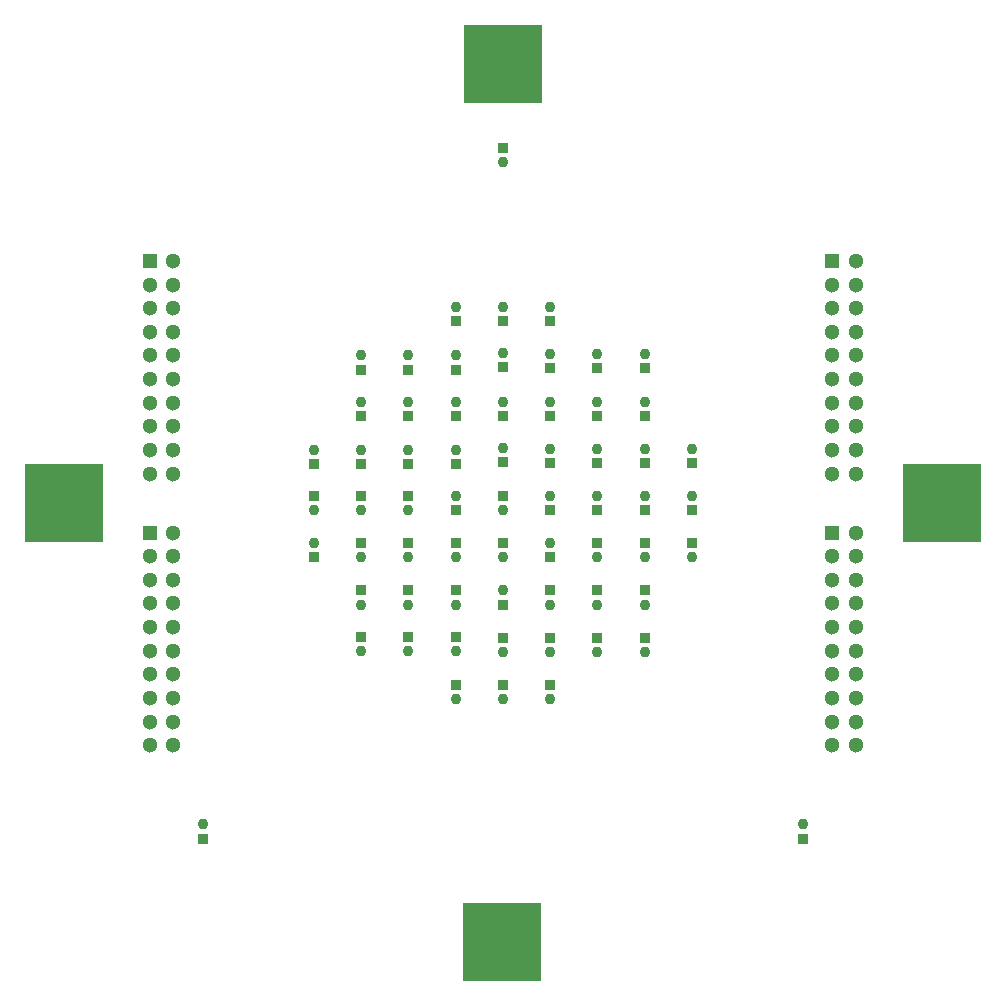
<source format=gbs>
%TF.GenerationSoftware,Altium Limited,Altium Designer,23.3.1 (30)*%
G04 Layer_Color=16711935*
%FSLAX25Y25*%
%MOIN*%
%TF.SameCoordinates,A648DCE1-0FA2-4CCB-ABDB-414D2F473EA8*%
%TF.FilePolarity,Negative*%
%TF.FileFunction,Soldermask,Bot*%
%TF.Part,Single*%
G01*
G75*
%TA.AperFunction,ComponentPad*%
%ADD11C,0.03661*%
%ADD12R,0.03661X0.03661*%
%ADD14R,0.05118X0.05118*%
%ADD15C,0.05118*%
%ADD22R,0.26391X0.26391*%
D11*
X62992Y-18110D02*
D03*
X15748Y65354D02*
D03*
X-0D02*
D03*
Y50000D02*
D03*
X-31496Y49213D02*
D03*
X-0Y33858D02*
D03*
X-31496D02*
D03*
X-0Y18504D02*
D03*
X-31496Y17717D02*
D03*
X-62992D02*
D03*
X-47244D02*
D03*
X-15748D02*
D03*
X-47244Y33858D02*
D03*
X-15748D02*
D03*
X-47244Y49213D02*
D03*
X-15748D02*
D03*
Y65354D02*
D03*
Y2362D02*
D03*
X-62992Y-2362D02*
D03*
X-31496D02*
D03*
Y-18110D02*
D03*
X-15748Y-33858D02*
D03*
X-31496D02*
D03*
X-47244Y-49213D02*
D03*
X-15748D02*
D03*
X-100000Y-107087D02*
D03*
X-31496Y-49213D02*
D03*
X-0Y-18110D02*
D03*
X-47244Y-33858D02*
D03*
X-15748Y-18110D02*
D03*
X-47244D02*
D03*
X-62992Y-13386D02*
D03*
X-47244Y-2362D02*
D03*
X-0Y113779D02*
D03*
X31496Y49606D02*
D03*
X15748Y33858D02*
D03*
X47244D02*
D03*
X31496Y18110D02*
D03*
X62992D02*
D03*
X47244Y2362D02*
D03*
X15748D02*
D03*
X-0Y-2362D02*
D03*
X62992Y2362D02*
D03*
X31496D02*
D03*
X47244Y18110D02*
D03*
X15748D02*
D03*
X31496Y33858D02*
D03*
X47244Y49606D02*
D03*
X15748D02*
D03*
Y-13386D02*
D03*
X47244Y-18110D02*
D03*
X-0Y-29134D02*
D03*
X31496Y-33858D02*
D03*
X47244Y-49606D02*
D03*
X31496Y-49606D02*
D03*
X15748Y-65354D02*
D03*
X-15748D02*
D03*
X100000Y-107087D02*
D03*
X-0Y-65354D02*
D03*
Y-49606D02*
D03*
X15748D02*
D03*
Y-33858D02*
D03*
X47244D02*
D03*
X31496Y-18110D02*
D03*
D12*
X62992Y-13386D02*
D03*
X15748Y60630D02*
D03*
X-0D02*
D03*
Y45276D02*
D03*
X-31496Y44488D02*
D03*
X-0Y29134D02*
D03*
X-31496D02*
D03*
X-0Y13780D02*
D03*
X-31496Y12992D02*
D03*
X-62992D02*
D03*
X-47244D02*
D03*
X-15748D02*
D03*
X-47244Y29134D02*
D03*
X-15748D02*
D03*
X-47244Y44488D02*
D03*
X-15748D02*
D03*
Y60630D02*
D03*
Y-2362D02*
D03*
X-62992Y2362D02*
D03*
X-31496D02*
D03*
Y-13386D02*
D03*
X-15748Y-29134D02*
D03*
X-31496D02*
D03*
X-47244Y-44488D02*
D03*
X-15748D02*
D03*
X-100000Y-111811D02*
D03*
X-31496Y-44488D02*
D03*
X-0Y-13386D02*
D03*
X-47244Y-29134D02*
D03*
X-15748Y-13386D02*
D03*
X-47244D02*
D03*
X-62992Y-18110D02*
D03*
X-47244Y2362D02*
D03*
X-0Y118504D02*
D03*
X31496Y44882D02*
D03*
X15748Y29134D02*
D03*
X47244D02*
D03*
X31496Y13386D02*
D03*
X62992D02*
D03*
X47244Y-2362D02*
D03*
X15748D02*
D03*
X-0Y2362D02*
D03*
X62992Y-2362D02*
D03*
X31496D02*
D03*
X47244Y13386D02*
D03*
X15748D02*
D03*
X31496Y29134D02*
D03*
X47244Y44882D02*
D03*
X15748D02*
D03*
Y-18110D02*
D03*
X47244Y-13386D02*
D03*
X-0Y-33858D02*
D03*
X31496Y-29134D02*
D03*
X47244Y-44882D02*
D03*
X31496Y-44882D02*
D03*
X15748Y-60630D02*
D03*
X-15748D02*
D03*
X100000Y-111811D02*
D03*
X-0Y-60630D02*
D03*
Y-44882D02*
D03*
X15748D02*
D03*
Y-29134D02*
D03*
X47244D02*
D03*
X31496Y-13386D02*
D03*
D14*
X109843Y-9843D02*
D03*
X-117717Y80709D02*
D03*
Y-9843D02*
D03*
X109843Y80709D02*
D03*
D15*
Y-17717D02*
D03*
Y-25591D02*
D03*
Y-33465D02*
D03*
Y-41339D02*
D03*
Y-49213D02*
D03*
Y-57087D02*
D03*
Y-64961D02*
D03*
Y-72835D02*
D03*
Y-80709D02*
D03*
X117717Y-9843D02*
D03*
Y-17717D02*
D03*
Y-25591D02*
D03*
Y-33465D02*
D03*
Y-41339D02*
D03*
Y-49213D02*
D03*
Y-57087D02*
D03*
Y-64961D02*
D03*
Y-72835D02*
D03*
Y-80709D02*
D03*
X-117717Y72835D02*
D03*
Y64961D02*
D03*
Y57087D02*
D03*
Y49213D02*
D03*
Y41339D02*
D03*
Y33465D02*
D03*
Y25591D02*
D03*
Y17717D02*
D03*
Y9843D02*
D03*
X-109843Y80709D02*
D03*
Y72835D02*
D03*
Y64961D02*
D03*
Y57087D02*
D03*
Y49213D02*
D03*
Y41339D02*
D03*
Y33465D02*
D03*
Y25591D02*
D03*
Y17717D02*
D03*
Y9843D02*
D03*
X-117717Y-17717D02*
D03*
Y-25591D02*
D03*
Y-33465D02*
D03*
Y-41339D02*
D03*
Y-49213D02*
D03*
Y-57087D02*
D03*
Y-64961D02*
D03*
Y-72835D02*
D03*
Y-80709D02*
D03*
X-109843Y-9843D02*
D03*
Y-17717D02*
D03*
Y-25591D02*
D03*
Y-33465D02*
D03*
Y-41339D02*
D03*
Y-49213D02*
D03*
Y-57087D02*
D03*
Y-64961D02*
D03*
Y-72835D02*
D03*
Y-80709D02*
D03*
X109843Y72835D02*
D03*
Y64961D02*
D03*
Y57087D02*
D03*
Y49213D02*
D03*
Y41339D02*
D03*
Y33465D02*
D03*
Y25591D02*
D03*
Y17717D02*
D03*
Y9843D02*
D03*
X117717Y80709D02*
D03*
Y72835D02*
D03*
Y64961D02*
D03*
Y57087D02*
D03*
Y49213D02*
D03*
Y41339D02*
D03*
Y33465D02*
D03*
Y25591D02*
D03*
Y17717D02*
D03*
Y9843D02*
D03*
D22*
X-394Y-146457D02*
D03*
X-0Y146430D02*
D03*
X-146457Y0D02*
D03*
X146457D02*
D03*
%TF.MD5,6a48f5d15612f0a31632cac37760d818*%
M02*

</source>
